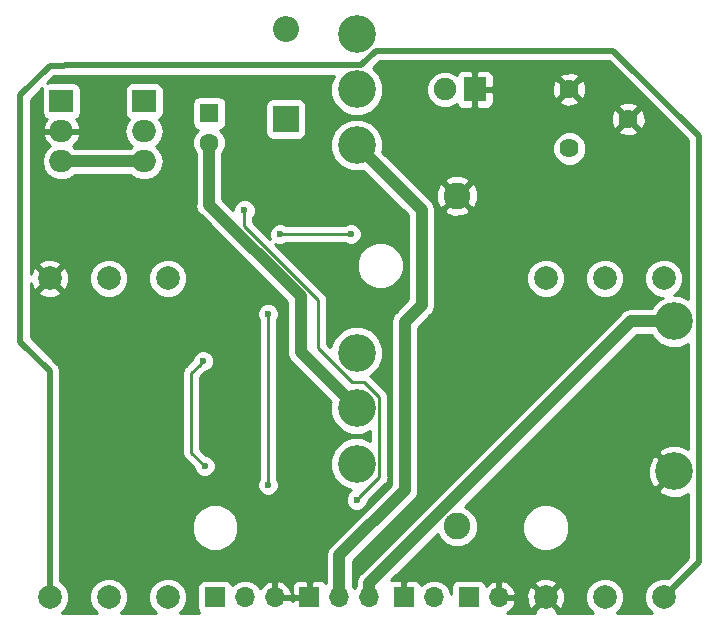
<source format=gbr>
G04 #@! TF.GenerationSoftware,KiCad,Pcbnew,(5.0.1-3-g963ef8bb5)*
G04 #@! TF.CreationDate,2019-04-18T21:55:15-06:00*
G04 #@! TF.ProjectId,NuisanceEngine,4E756973616E6365456E67696E652E6B,rev?*
G04 #@! TF.SameCoordinates,Original*
G04 #@! TF.FileFunction,Copper,L2,Bot,Signal*
G04 #@! TF.FilePolarity,Positive*
%FSLAX46Y46*%
G04 Gerber Fmt 4.6, Leading zero omitted, Abs format (unit mm)*
G04 Created by KiCad (PCBNEW (5.0.1-3-g963ef8bb5)) date Thursday, 18 April 2019 at 21:55:15*
%MOMM*%
%LPD*%
G01*
G04 APERTURE LIST*
G04 #@! TA.AperFunction,ComponentPad*
%ADD10C,3.200000*%
G04 #@! TD*
G04 #@! TA.AperFunction,ComponentPad*
%ADD11O,2.200000X2.200000*%
G04 #@! TD*
G04 #@! TA.AperFunction,ComponentPad*
%ADD12R,2.200000X2.200000*%
G04 #@! TD*
G04 #@! TA.AperFunction,ComponentPad*
%ADD13O,2.000000X1.905000*%
G04 #@! TD*
G04 #@! TA.AperFunction,ComponentPad*
%ADD14R,2.000000X1.905000*%
G04 #@! TD*
G04 #@! TA.AperFunction,ComponentPad*
%ADD15C,2.000000*%
G04 #@! TD*
G04 #@! TA.AperFunction,ComponentPad*
%ADD16R,1.900000X2.000000*%
G04 #@! TD*
G04 #@! TA.AperFunction,ComponentPad*
%ADD17C,1.900000*%
G04 #@! TD*
G04 #@! TA.AperFunction,ComponentPad*
%ADD18C,2.262000*%
G04 #@! TD*
G04 #@! TA.AperFunction,ComponentPad*
%ADD19C,1.620000*%
G04 #@! TD*
G04 #@! TA.AperFunction,ComponentPad*
%ADD20O,1.700000X1.700000*%
G04 #@! TD*
G04 #@! TA.AperFunction,ComponentPad*
%ADD21R,1.700000X1.700000*%
G04 #@! TD*
G04 #@! TA.AperFunction,ComponentPad*
%ADD22R,1.600000X1.600000*%
G04 #@! TD*
G04 #@! TA.AperFunction,ComponentPad*
%ADD23C,1.600000*%
G04 #@! TD*
G04 #@! TA.AperFunction,ViaPad*
%ADD24C,0.600000*%
G04 #@! TD*
G04 #@! TA.AperFunction,Conductor*
%ADD25C,1.000000*%
G04 #@! TD*
G04 #@! TA.AperFunction,Conductor*
%ADD26C,0.500000*%
G04 #@! TD*
G04 #@! TA.AperFunction,Conductor*
%ADD27C,0.250000*%
G04 #@! TD*
G04 #@! TA.AperFunction,Conductor*
%ADD28C,0.254000*%
G04 #@! TD*
G04 APERTURE END LIST*
D10*
G04 #@! TO.P,SW1,1*
G04 #@! TO.N,Net-(LS1-Pad1)*
X80000000Y-86700000D03*
G04 #@! TO.P,SW1,2*
G04 #@! TO.N,Net-(C8-Pad2)*
X80000000Y-82000000D03*
G04 #@! TO.P,SW1,3*
G04 #@! TO.N,Net-(R22-Pad1)*
X80000000Y-77300000D03*
G04 #@! TD*
D11*
G04 #@! TO.P,D1,2*
G04 #@! TO.N,Net-(D1-Pad2)*
X74000000Y-49880000D03*
D12*
G04 #@! TO.P,D1,1*
G04 #@! TO.N,VDD*
X74000000Y-57500000D03*
G04 #@! TD*
D13*
G04 #@! TO.P,Q4,3*
G04 #@! TO.N,Net-(C8-Pad1)*
X55000000Y-61080000D03*
G04 #@! TO.P,Q4,2*
G04 #@! TO.N,GND*
X55000000Y-58540000D03*
D14*
G04 #@! TO.P,Q4,1*
G04 #@! TO.N,Net-(C7-Pad1)*
X55000000Y-56000000D03*
G04 #@! TD*
D13*
G04 #@! TO.P,Q3,3*
G04 #@! TO.N,Net-(C8-Pad1)*
X62000000Y-61080000D03*
G04 #@! TO.P,Q3,2*
G04 #@! TO.N,VDD*
X62000000Y-58540000D03*
D14*
G04 #@! TO.P,Q3,1*
G04 #@! TO.N,Net-(C7-Pad1)*
X62000000Y-56000000D03*
G04 #@! TD*
D15*
G04 #@! TO.P,RV2,3*
G04 #@! TO.N,Net-(C3-Pad1)*
X106000000Y-71000000D03*
G04 #@! TO.P,RV2,2*
G04 #@! TO.N,Net-(R10-Pad2)*
X101000000Y-71000000D03*
G04 #@! TO.P,RV2,1*
G04 #@! TO.N,Net-(RV2-Pad1)*
X96000000Y-71000000D03*
G04 #@! TD*
G04 #@! TO.P,RV5,3*
G04 #@! TO.N,Net-(C6-Pad1)*
X106000000Y-98000000D03*
G04 #@! TO.P,RV5,2*
G04 #@! TO.N,Net-(C7-Pad2)*
X101000000Y-98000000D03*
G04 #@! TO.P,RV5,1*
G04 #@! TO.N,GND*
X96000000Y-98000000D03*
G04 #@! TD*
G04 #@! TO.P,RV4,3*
G04 #@! TO.N,Net-(C6-Pad2)*
X64000000Y-98000000D03*
G04 #@! TO.P,RV4,2*
X59000000Y-98000000D03*
G04 #@! TO.P,RV4,1*
G04 #@! TO.N,Net-(C6-Pad1)*
X54000000Y-98000000D03*
G04 #@! TD*
G04 #@! TO.P,RV1,3*
G04 #@! TO.N,VDD*
X64000000Y-71000000D03*
G04 #@! TO.P,RV1,2*
G04 #@! TO.N,Net-(R2-Pad1)*
X59000000Y-71000000D03*
G04 #@! TO.P,RV1,1*
G04 #@! TO.N,GND*
X54000000Y-71000000D03*
G04 #@! TD*
D10*
G04 #@! TO.P,BT1,2*
G04 #@! TO.N,GND*
X106900000Y-87350000D03*
G04 #@! TO.P,BT1,1*
G04 #@! TO.N,Net-(BT1-Pad1)*
X106900000Y-74650000D03*
G04 #@! TD*
D16*
G04 #@! TO.P,D2,1*
G04 #@! TO.N,GND*
X90000000Y-55000000D03*
D17*
G04 #@! TO.P,D2,2*
G04 #@! TO.N,Net-(D2-Pad2)*
X87460000Y-55000000D03*
G04 #@! TD*
D18*
G04 #@! TO.P,R22,1*
G04 #@! TO.N,Net-(R22-Pad1)*
X88500000Y-92000000D03*
G04 #@! TO.P,R22,2*
G04 #@! TO.N,GND*
X88500000Y-64000000D03*
G04 #@! TD*
D19*
G04 #@! TO.P,RV3,3*
G04 #@! TO.N,Net-(RV2-Pad1)*
X98000000Y-60000000D03*
G04 #@! TO.P,RV3,2*
G04 #@! TO.N,GND*
X103000000Y-57500000D03*
G04 #@! TO.P,RV3,1*
X98000000Y-55000000D03*
G04 #@! TD*
D10*
G04 #@! TO.P,SW2,1*
G04 #@! TO.N,Net-(J3-Pad2)*
X80000000Y-59700000D03*
G04 #@! TO.P,SW2,2*
G04 #@! TO.N,Net-(D1-Pad2)*
X80000000Y-55000000D03*
G04 #@! TO.P,SW2,3*
G04 #@! TO.N,Net-(SW2-Pad3)*
X80000000Y-50300000D03*
G04 #@! TD*
D20*
G04 #@! TO.P,J1,2*
G04 #@! TO.N,Net-(J1-Pad2)*
X86540000Y-98000000D03*
D21*
G04 #@! TO.P,J1,1*
G04 #@! TO.N,GND*
X84000000Y-98000000D03*
G04 #@! TD*
D20*
G04 #@! TO.P,J2,3*
G04 #@! TO.N,GND*
X73080000Y-98000000D03*
G04 #@! TO.P,J2,2*
G04 #@! TO.N,Net-(C11-Pad1)*
X70540000Y-98000000D03*
D21*
G04 #@! TO.P,J2,1*
G04 #@! TO.N,Net-(C10-Pad1)*
X68000000Y-98000000D03*
G04 #@! TD*
G04 #@! TO.P,J3,1*
G04 #@! TO.N,GND*
X76000000Y-98000000D03*
D20*
G04 #@! TO.P,J3,2*
G04 #@! TO.N,Net-(J3-Pad2)*
X78540000Y-98000000D03*
G04 #@! TO.P,J3,3*
G04 #@! TO.N,Net-(BT1-Pad1)*
X81080000Y-98000000D03*
G04 #@! TD*
D21*
G04 #@! TO.P,LS1,1*
G04 #@! TO.N,Net-(LS1-Pad1)*
X89500000Y-98000000D03*
D20*
G04 #@! TO.P,LS1,2*
G04 #@! TO.N,GND*
X92040000Y-98000000D03*
G04 #@! TD*
D22*
G04 #@! TO.P,C8,1*
G04 #@! TO.N,Net-(C8-Pad1)*
X67500000Y-57000000D03*
D23*
G04 #@! TO.P,C8,2*
G04 #@! TO.N,Net-(C8-Pad2)*
X67500000Y-59500000D03*
G04 #@! TD*
D24*
G04 #@! TO.N,GND*
X67000000Y-82000000D03*
X67000000Y-80500000D03*
X71000000Y-71750000D03*
X70250000Y-71750000D03*
X72000000Y-64750000D03*
X72000000Y-64000000D03*
X71250000Y-93000000D03*
X71250000Y-92250000D03*
X75750000Y-60500000D03*
X77250000Y-64750000D03*
X82750000Y-72750000D03*
X81750000Y-72750000D03*
X71000000Y-57000000D03*
X71000000Y-57750000D03*
X87250000Y-76000000D03*
X88250000Y-76000000D03*
X89250000Y-76000000D03*
X90250000Y-76000000D03*
X89250000Y-77000000D03*
X90250000Y-77000000D03*
X87250000Y-77000000D03*
X88250000Y-77000000D03*
G04 #@! TO.N,Net-(C6-Pad2)*
X67125000Y-86875000D03*
X67000000Y-78000000D03*
G04 #@! TO.N,Net-(R1-Pad2)*
X80000000Y-89750000D03*
X70500000Y-65250000D03*
G04 #@! TO.N,Net-(R14-Pad2)*
X72500000Y-74000000D03*
X72500000Y-88500000D03*
G04 #@! TO.N,Net-(R20-Pad2)*
X79500000Y-67250000D03*
X73500000Y-67250000D03*
G04 #@! TD*
D25*
G04 #@! TO.N,Net-(BT1-Pad1)*
X103227919Y-74650000D02*
X104637259Y-74650000D01*
X81080000Y-96797919D02*
X103227919Y-74650000D01*
X104637259Y-74650000D02*
X106900000Y-74650000D01*
X81080000Y-98000000D02*
X81080000Y-96797919D01*
D26*
G04 #@! TO.N,Net-(C6-Pad1)*
X54000000Y-96585787D02*
X54000000Y-98000000D01*
X54000000Y-78853998D02*
X54000000Y-96585787D01*
X106000000Y-98000000D02*
X108950001Y-95049999D01*
X55237498Y-53000000D02*
X54000000Y-53000000D01*
X51500000Y-55500000D02*
X51500000Y-76353998D01*
X55287499Y-52949999D02*
X55237498Y-53000000D01*
X51500000Y-76353998D02*
X54000000Y-78853998D01*
X80384003Y-52949999D02*
X55287499Y-52949999D01*
X101739999Y-51739999D02*
X81594003Y-51739999D01*
X54000000Y-53000000D02*
X51500000Y-55500000D01*
X108950001Y-58950001D02*
X101739999Y-51739999D01*
X108950001Y-95049999D02*
X108950001Y-58950001D01*
X81594003Y-51739999D02*
X80384003Y-52949999D01*
D27*
G04 #@! TO.N,Net-(C6-Pad2)*
X67000000Y-86750000D02*
X67125000Y-86875000D01*
X66000000Y-85750000D02*
X66000000Y-79000000D01*
X66700001Y-78299999D02*
X67000000Y-78000000D01*
X66000000Y-79000000D02*
X66700001Y-78299999D01*
X67125000Y-86875000D02*
X66000000Y-85750000D01*
D25*
G04 #@! TO.N,Net-(C8-Pad1)*
X55000000Y-61080000D02*
X62000000Y-61080000D01*
G04 #@! TO.N,Net-(C8-Pad2)*
X67500000Y-64750000D02*
X67500000Y-59500000D01*
X75250000Y-72500000D02*
X67500000Y-64750000D01*
X75250000Y-77250000D02*
X75250000Y-72500000D01*
X75250000Y-77250000D02*
X80000000Y-82000000D01*
D27*
G04 #@! TO.N,Net-(R1-Pad2)*
X76750000Y-76899002D02*
X79600998Y-79750000D01*
X76750000Y-72833260D02*
X76750000Y-76899002D01*
X70500000Y-66583260D02*
X76750000Y-72833260D01*
X70500000Y-65250000D02*
X70500000Y-66583260D01*
X80299999Y-89450001D02*
X80000000Y-89750000D01*
X81925001Y-87824999D02*
X80299999Y-89450001D01*
X80599002Y-79750000D02*
X81925001Y-81075999D01*
X81925001Y-81075999D02*
X81925001Y-87824999D01*
X79600998Y-79750000D02*
X80599002Y-79750000D01*
G04 #@! TO.N,Net-(R14-Pad2)*
X72500000Y-88500000D02*
X72500000Y-74000000D01*
G04 #@! TO.N,Net-(R20-Pad2)*
X73500000Y-67250000D02*
X79500000Y-67250000D01*
D25*
G04 #@! TO.N,Net-(J3-Pad2)*
X78540000Y-98000000D02*
X78540000Y-94460000D01*
X84050001Y-88949999D02*
X84050001Y-74699999D01*
X78540000Y-94460000D02*
X84050001Y-88949999D01*
X84050001Y-74699999D02*
X85500000Y-73250000D01*
X85500000Y-65200000D02*
X80000000Y-59700000D01*
X85500000Y-73250000D02*
X85500000Y-65200000D01*
G04 #@! TD*
D28*
G04 #@! TO.N,GND*
G36*
X108065002Y-59316581D02*
X108065002Y-72713413D01*
X107344569Y-72415000D01*
X106856348Y-72415000D01*
X106926153Y-72386086D01*
X107386086Y-71926153D01*
X107635000Y-71325222D01*
X107635000Y-70674778D01*
X107386086Y-70073847D01*
X106926153Y-69613914D01*
X106325222Y-69365000D01*
X105674778Y-69365000D01*
X105073847Y-69613914D01*
X104613914Y-70073847D01*
X104365000Y-70674778D01*
X104365000Y-71325222D01*
X104613914Y-71926153D01*
X105073847Y-72386086D01*
X105674778Y-72635000D01*
X105924305Y-72635000D01*
X105633974Y-72755259D01*
X105005259Y-73383974D01*
X104950986Y-73515000D01*
X103339700Y-73515000D01*
X103227918Y-73492765D01*
X103116136Y-73515000D01*
X102785064Y-73580854D01*
X102409630Y-73831711D01*
X102346308Y-73926479D01*
X80356480Y-95916308D01*
X80261712Y-95979630D01*
X80010854Y-96355064D01*
X79959812Y-96611673D01*
X79922765Y-96797919D01*
X79945000Y-96909702D01*
X79945000Y-97025719D01*
X79810000Y-97227761D01*
X79675000Y-97025719D01*
X79675000Y-94930131D01*
X84773523Y-89831609D01*
X84868290Y-89768288D01*
X85119147Y-89392854D01*
X85154344Y-89215904D01*
X85207236Y-88950000D01*
X85185001Y-88838217D01*
X85185001Y-75170130D01*
X86223521Y-74131611D01*
X86318289Y-74068289D01*
X86569146Y-73692855D01*
X86635000Y-73361783D01*
X86635000Y-73361782D01*
X86657235Y-73250001D01*
X86635000Y-73138219D01*
X86635000Y-70674778D01*
X94365000Y-70674778D01*
X94365000Y-71325222D01*
X94613914Y-71926153D01*
X95073847Y-72386086D01*
X95674778Y-72635000D01*
X96325222Y-72635000D01*
X96926153Y-72386086D01*
X97386086Y-71926153D01*
X97635000Y-71325222D01*
X97635000Y-70674778D01*
X99365000Y-70674778D01*
X99365000Y-71325222D01*
X99613914Y-71926153D01*
X100073847Y-72386086D01*
X100674778Y-72635000D01*
X101325222Y-72635000D01*
X101926153Y-72386086D01*
X102386086Y-71926153D01*
X102635000Y-71325222D01*
X102635000Y-70674778D01*
X102386086Y-70073847D01*
X101926153Y-69613914D01*
X101325222Y-69365000D01*
X100674778Y-69365000D01*
X100073847Y-69613914D01*
X99613914Y-70073847D01*
X99365000Y-70674778D01*
X97635000Y-70674778D01*
X97386086Y-70073847D01*
X96926153Y-69613914D01*
X96325222Y-69365000D01*
X95674778Y-69365000D01*
X95073847Y-69613914D01*
X94613914Y-70073847D01*
X94365000Y-70674778D01*
X86635000Y-70674778D01*
X86635000Y-65311783D01*
X86647829Y-65247286D01*
X87432319Y-65247286D01*
X87547016Y-65527736D01*
X88204197Y-65776136D01*
X88906411Y-65754134D01*
X89452984Y-65527736D01*
X89567681Y-65247286D01*
X88500000Y-64179605D01*
X87432319Y-65247286D01*
X86647829Y-65247286D01*
X86657235Y-65200000D01*
X86569146Y-64757145D01*
X86381609Y-64476476D01*
X86318289Y-64381711D01*
X86223524Y-64318391D01*
X85609330Y-63704197D01*
X86723864Y-63704197D01*
X86745866Y-64406411D01*
X86972264Y-64952984D01*
X87252714Y-65067681D01*
X88320395Y-64000000D01*
X88679605Y-64000000D01*
X89747286Y-65067681D01*
X90027736Y-64952984D01*
X90276136Y-64295803D01*
X90254134Y-63593589D01*
X90027736Y-63047016D01*
X89747286Y-62932319D01*
X88679605Y-64000000D01*
X88320395Y-64000000D01*
X87252714Y-62932319D01*
X86972264Y-63047016D01*
X86723864Y-63704197D01*
X85609330Y-63704197D01*
X84657847Y-62752714D01*
X87432319Y-62752714D01*
X88500000Y-63820395D01*
X89567681Y-62752714D01*
X89452984Y-62472264D01*
X88795803Y-62223864D01*
X88093589Y-62245866D01*
X87547016Y-62472264D01*
X87432319Y-62752714D01*
X84657847Y-62752714D01*
X82180727Y-60275595D01*
X82235000Y-60144569D01*
X82235000Y-59712572D01*
X96555000Y-59712572D01*
X96555000Y-60287428D01*
X96774988Y-60818527D01*
X97181473Y-61225012D01*
X97712572Y-61445000D01*
X98287428Y-61445000D01*
X98818527Y-61225012D01*
X99225012Y-60818527D01*
X99445000Y-60287428D01*
X99445000Y-59712572D01*
X99225012Y-59181473D01*
X98818527Y-58774988D01*
X98287428Y-58555000D01*
X97712572Y-58555000D01*
X97181473Y-58774988D01*
X96774988Y-59181473D01*
X96555000Y-59712572D01*
X82235000Y-59712572D01*
X82235000Y-59255431D01*
X81928299Y-58514988D01*
X102164617Y-58514988D01*
X102239980Y-58762144D01*
X102780834Y-58956916D01*
X103355055Y-58929886D01*
X103760020Y-58762144D01*
X103835383Y-58514988D01*
X103000000Y-57679605D01*
X102164617Y-58514988D01*
X81928299Y-58514988D01*
X81894741Y-58433974D01*
X81266026Y-57805259D01*
X80444569Y-57465000D01*
X79555431Y-57465000D01*
X78733974Y-57805259D01*
X78105259Y-58433974D01*
X77765000Y-59255431D01*
X77765000Y-60144569D01*
X78105259Y-60966026D01*
X78733974Y-61594741D01*
X79555431Y-61935000D01*
X80444569Y-61935000D01*
X80575595Y-61880727D01*
X84365001Y-65670134D01*
X84365000Y-72779868D01*
X83326481Y-73818388D01*
X83231713Y-73881710D01*
X83107045Y-74068289D01*
X82980855Y-74257145D01*
X82892766Y-74699999D01*
X82915002Y-74811787D01*
X82915001Y-88479867D01*
X77816480Y-93578389D01*
X77721712Y-93641711D01*
X77638665Y-93766000D01*
X77470854Y-94017146D01*
X77382765Y-94460000D01*
X77405001Y-94571788D01*
X77405000Y-96830555D01*
X77388327Y-96790302D01*
X77209699Y-96611673D01*
X76976310Y-96515000D01*
X76285750Y-96515000D01*
X76127000Y-96673750D01*
X76127000Y-97873000D01*
X76147000Y-97873000D01*
X76147000Y-98127000D01*
X76127000Y-98127000D01*
X76127000Y-98147000D01*
X75873000Y-98147000D01*
X75873000Y-98127000D01*
X74673750Y-98127000D01*
X74515000Y-98285750D01*
X74515000Y-98344535D01*
X74400819Y-98127000D01*
X73207000Y-98127000D01*
X73207000Y-98147000D01*
X72953000Y-98147000D01*
X72953000Y-98127000D01*
X72933000Y-98127000D01*
X72933000Y-97873000D01*
X72953000Y-97873000D01*
X72953000Y-96679845D01*
X73207000Y-96679845D01*
X73207000Y-97873000D01*
X74400819Y-97873000D01*
X74515000Y-97655465D01*
X74515000Y-97714250D01*
X74673750Y-97873000D01*
X75873000Y-97873000D01*
X75873000Y-96673750D01*
X75714250Y-96515000D01*
X75023690Y-96515000D01*
X74790301Y-96611673D01*
X74611673Y-96790302D01*
X74515000Y-97023691D01*
X74515000Y-97629297D01*
X74275183Y-97118642D01*
X73846924Y-96728355D01*
X73436890Y-96558524D01*
X73207000Y-96679845D01*
X72953000Y-96679845D01*
X72723110Y-96558524D01*
X72313076Y-96728355D01*
X71884817Y-97118642D01*
X71823843Y-97248478D01*
X71610625Y-96929375D01*
X71119418Y-96601161D01*
X70686256Y-96515000D01*
X70393744Y-96515000D01*
X69960582Y-96601161D01*
X69469375Y-96929375D01*
X69457184Y-96947619D01*
X69448157Y-96902235D01*
X69307809Y-96692191D01*
X69097765Y-96551843D01*
X68850000Y-96502560D01*
X67150000Y-96502560D01*
X66902235Y-96551843D01*
X66692191Y-96692191D01*
X66551843Y-96902235D01*
X66502560Y-97150000D01*
X66502560Y-98850000D01*
X66551843Y-99097765D01*
X66680291Y-99290000D01*
X65022239Y-99290000D01*
X65386086Y-98926153D01*
X65635000Y-98325222D01*
X65635000Y-97674778D01*
X65386086Y-97073847D01*
X64926153Y-96613914D01*
X64325222Y-96365000D01*
X63674778Y-96365000D01*
X63073847Y-96613914D01*
X62613914Y-97073847D01*
X62365000Y-97674778D01*
X62365000Y-98325222D01*
X62613914Y-98926153D01*
X62977761Y-99290000D01*
X60022239Y-99290000D01*
X60386086Y-98926153D01*
X60635000Y-98325222D01*
X60635000Y-97674778D01*
X60386086Y-97073847D01*
X59926153Y-96613914D01*
X59325222Y-96365000D01*
X58674778Y-96365000D01*
X58073847Y-96613914D01*
X57613914Y-97073847D01*
X57365000Y-97674778D01*
X57365000Y-98325222D01*
X57613914Y-98926153D01*
X57977761Y-99290000D01*
X55022239Y-99290000D01*
X55386086Y-98926153D01*
X55635000Y-98325222D01*
X55635000Y-97674778D01*
X55386086Y-97073847D01*
X54926153Y-96613914D01*
X54885000Y-96596868D01*
X54885000Y-91705159D01*
X66015000Y-91705159D01*
X66015000Y-92494841D01*
X66317199Y-93224412D01*
X66875588Y-93782801D01*
X67605159Y-94085000D01*
X68394841Y-94085000D01*
X69124412Y-93782801D01*
X69682801Y-93224412D01*
X69985000Y-92494841D01*
X69985000Y-91705159D01*
X69682801Y-90975588D01*
X69124412Y-90417199D01*
X68394841Y-90115000D01*
X67605159Y-90115000D01*
X66875588Y-90417199D01*
X66317199Y-90975588D01*
X66015000Y-91705159D01*
X54885000Y-91705159D01*
X54885000Y-79000000D01*
X65225112Y-79000000D01*
X65240001Y-79074852D01*
X65240000Y-85675153D01*
X65225112Y-85750000D01*
X65240000Y-85824847D01*
X65240000Y-85824851D01*
X65284096Y-86046536D01*
X65452071Y-86297929D01*
X65515530Y-86340331D01*
X66190000Y-87014802D01*
X66190000Y-87060983D01*
X66332345Y-87404635D01*
X66595365Y-87667655D01*
X66939017Y-87810000D01*
X67310983Y-87810000D01*
X67654635Y-87667655D01*
X67917655Y-87404635D01*
X68060000Y-87060983D01*
X68060000Y-86689017D01*
X67917655Y-86345365D01*
X67654635Y-86082345D01*
X67310983Y-85940000D01*
X67264802Y-85940000D01*
X66760000Y-85435199D01*
X66760000Y-79314801D01*
X67139802Y-78935000D01*
X67185983Y-78935000D01*
X67529635Y-78792655D01*
X67792655Y-78529635D01*
X67935000Y-78185983D01*
X67935000Y-77814017D01*
X67792655Y-77470365D01*
X67529635Y-77207345D01*
X67185983Y-77065000D01*
X66814017Y-77065000D01*
X66470365Y-77207345D01*
X66207345Y-77470365D01*
X66065000Y-77814017D01*
X66065000Y-77860198D01*
X65515528Y-78409671D01*
X65452072Y-78452071D01*
X65409672Y-78515527D01*
X65409671Y-78515528D01*
X65284097Y-78703463D01*
X65225112Y-79000000D01*
X54885000Y-79000000D01*
X54885000Y-78941159D01*
X54902337Y-78853998D01*
X54885000Y-78766837D01*
X54885000Y-78766833D01*
X54833652Y-78508688D01*
X54765863Y-78407235D01*
X54687424Y-78289843D01*
X54687423Y-78289842D01*
X54638049Y-78215949D01*
X54564156Y-78166575D01*
X52385000Y-75987420D01*
X52385000Y-73814017D01*
X71565000Y-73814017D01*
X71565000Y-74185983D01*
X71707345Y-74529635D01*
X71740001Y-74562291D01*
X71740000Y-87937710D01*
X71707345Y-87970365D01*
X71565000Y-88314017D01*
X71565000Y-88685983D01*
X71707345Y-89029635D01*
X71970365Y-89292655D01*
X72314017Y-89435000D01*
X72685983Y-89435000D01*
X73029635Y-89292655D01*
X73292655Y-89029635D01*
X73435000Y-88685983D01*
X73435000Y-88314017D01*
X73292655Y-87970365D01*
X73260000Y-87937710D01*
X73260000Y-74562290D01*
X73292655Y-74529635D01*
X73435000Y-74185983D01*
X73435000Y-73814017D01*
X73292655Y-73470365D01*
X73029635Y-73207345D01*
X72685983Y-73065000D01*
X72314017Y-73065000D01*
X71970365Y-73207345D01*
X71707345Y-73470365D01*
X71565000Y-73814017D01*
X52385000Y-73814017D01*
X52385000Y-72152532D01*
X53027073Y-72152532D01*
X53125736Y-72419387D01*
X53735461Y-72645908D01*
X54385460Y-72621856D01*
X54874264Y-72419387D01*
X54972927Y-72152532D01*
X54000000Y-71179605D01*
X53027073Y-72152532D01*
X52385000Y-72152532D01*
X52385000Y-71402012D01*
X52580613Y-71874264D01*
X52847468Y-71972927D01*
X53820395Y-71000000D01*
X54179605Y-71000000D01*
X55152532Y-71972927D01*
X55419387Y-71874264D01*
X55645908Y-71264539D01*
X55624085Y-70674778D01*
X57365000Y-70674778D01*
X57365000Y-71325222D01*
X57613914Y-71926153D01*
X58073847Y-72386086D01*
X58674778Y-72635000D01*
X59325222Y-72635000D01*
X59926153Y-72386086D01*
X60386086Y-71926153D01*
X60635000Y-71325222D01*
X60635000Y-70674778D01*
X62365000Y-70674778D01*
X62365000Y-71325222D01*
X62613914Y-71926153D01*
X63073847Y-72386086D01*
X63674778Y-72635000D01*
X64325222Y-72635000D01*
X64926153Y-72386086D01*
X65386086Y-71926153D01*
X65635000Y-71325222D01*
X65635000Y-70674778D01*
X65386086Y-70073847D01*
X64926153Y-69613914D01*
X64325222Y-69365000D01*
X63674778Y-69365000D01*
X63073847Y-69613914D01*
X62613914Y-70073847D01*
X62365000Y-70674778D01*
X60635000Y-70674778D01*
X60386086Y-70073847D01*
X59926153Y-69613914D01*
X59325222Y-69365000D01*
X58674778Y-69365000D01*
X58073847Y-69613914D01*
X57613914Y-70073847D01*
X57365000Y-70674778D01*
X55624085Y-70674778D01*
X55621856Y-70614540D01*
X55419387Y-70125736D01*
X55152532Y-70027073D01*
X54179605Y-71000000D01*
X53820395Y-71000000D01*
X52847468Y-70027073D01*
X52580613Y-70125736D01*
X52385000Y-70652266D01*
X52385000Y-69847468D01*
X53027073Y-69847468D01*
X54000000Y-70820395D01*
X54972927Y-69847468D01*
X54874264Y-69580613D01*
X54264539Y-69354092D01*
X53614540Y-69378144D01*
X53125736Y-69580613D01*
X53027073Y-69847468D01*
X52385000Y-69847468D01*
X52385000Y-61080000D01*
X53333900Y-61080000D01*
X53457109Y-61699411D01*
X53807977Y-62224523D01*
X54333089Y-62575391D01*
X54796150Y-62667500D01*
X55203850Y-62667500D01*
X55666911Y-62575391D01*
X56192023Y-62224523D01*
X56198386Y-62215000D01*
X60801614Y-62215000D01*
X60807977Y-62224523D01*
X61333089Y-62575391D01*
X61796150Y-62667500D01*
X62203850Y-62667500D01*
X62666911Y-62575391D01*
X63192023Y-62224523D01*
X63542891Y-61699411D01*
X63666100Y-61080000D01*
X63542891Y-60460589D01*
X63192023Y-59935477D01*
X63004233Y-59810000D01*
X63192023Y-59684523D01*
X63542891Y-59159411D01*
X63666100Y-58540000D01*
X63542891Y-57920589D01*
X63280912Y-57528509D01*
X63457809Y-57410309D01*
X63598157Y-57200265D01*
X63647440Y-56952500D01*
X63647440Y-56200000D01*
X66052560Y-56200000D01*
X66052560Y-57800000D01*
X66101843Y-58047765D01*
X66242191Y-58257809D01*
X66452235Y-58398157D01*
X66552503Y-58418101D01*
X66283466Y-58687138D01*
X66065000Y-59214561D01*
X66065000Y-59785439D01*
X66283466Y-60312862D01*
X66365001Y-60394397D01*
X66365000Y-64638217D01*
X66342765Y-64750000D01*
X66427332Y-65175148D01*
X66430854Y-65192854D01*
X66681711Y-65568289D01*
X66776482Y-65631613D01*
X74115001Y-72970133D01*
X74115000Y-77138217D01*
X74092765Y-77250000D01*
X74136598Y-77470365D01*
X74180854Y-77692854D01*
X74431711Y-78068289D01*
X74526482Y-78131613D01*
X77819273Y-81424405D01*
X77765000Y-81555431D01*
X77765000Y-82444569D01*
X78105259Y-83266026D01*
X78733974Y-83894741D01*
X79555431Y-84235000D01*
X80444569Y-84235000D01*
X81165001Y-83936587D01*
X81165002Y-84763413D01*
X80444569Y-84465000D01*
X79555431Y-84465000D01*
X78733974Y-84805259D01*
X78105259Y-85433974D01*
X77765000Y-86255431D01*
X77765000Y-87144569D01*
X78105259Y-87966026D01*
X78733974Y-88594741D01*
X79539871Y-88928555D01*
X79470365Y-88957345D01*
X79207345Y-89220365D01*
X79065000Y-89564017D01*
X79065000Y-89935983D01*
X79207345Y-90279635D01*
X79470365Y-90542655D01*
X79814017Y-90685000D01*
X80185983Y-90685000D01*
X80529635Y-90542655D01*
X80792655Y-90279635D01*
X80935000Y-89935983D01*
X80935000Y-89889801D01*
X82409474Y-88415328D01*
X82472930Y-88372928D01*
X82640905Y-88121536D01*
X82685001Y-87899851D01*
X82685001Y-87899846D01*
X82699889Y-87824999D01*
X82685001Y-87750152D01*
X82685001Y-81150847D01*
X82699889Y-81075999D01*
X82685001Y-81001151D01*
X82685001Y-81001147D01*
X82640905Y-80779462D01*
X82640905Y-80779461D01*
X82515330Y-80591526D01*
X82472930Y-80528070D01*
X82409474Y-80485670D01*
X81189333Y-79265530D01*
X81168912Y-79234967D01*
X81266026Y-79194741D01*
X81894741Y-78566026D01*
X82235000Y-77744569D01*
X82235000Y-76855431D01*
X81894741Y-76033974D01*
X81266026Y-75405259D01*
X80444569Y-75065000D01*
X79555431Y-75065000D01*
X78733974Y-75405259D01*
X78105259Y-76033974D01*
X77769754Y-76843955D01*
X77510000Y-76584201D01*
X77510000Y-72908108D01*
X77524888Y-72833260D01*
X77510000Y-72758412D01*
X77510000Y-72758408D01*
X77465904Y-72536723D01*
X77465904Y-72536722D01*
X77340329Y-72348787D01*
X77297929Y-72285331D01*
X77234473Y-72242931D01*
X74496701Y-69505159D01*
X80015000Y-69505159D01*
X80015000Y-70294841D01*
X80317199Y-71024412D01*
X80875588Y-71582801D01*
X81605159Y-71885000D01*
X82394841Y-71885000D01*
X83124412Y-71582801D01*
X83682801Y-71024412D01*
X83985000Y-70294841D01*
X83985000Y-69505159D01*
X83682801Y-68775588D01*
X83124412Y-68217199D01*
X82394841Y-67915000D01*
X81605159Y-67915000D01*
X80875588Y-68217199D01*
X80317199Y-68775588D01*
X80015000Y-69505159D01*
X74496701Y-69505159D01*
X73079332Y-68087790D01*
X73314017Y-68185000D01*
X73685983Y-68185000D01*
X74029635Y-68042655D01*
X74062290Y-68010000D01*
X78937710Y-68010000D01*
X78970365Y-68042655D01*
X79314017Y-68185000D01*
X79685983Y-68185000D01*
X80029635Y-68042655D01*
X80292655Y-67779635D01*
X80435000Y-67435983D01*
X80435000Y-67064017D01*
X80292655Y-66720365D01*
X80029635Y-66457345D01*
X79685983Y-66315000D01*
X79314017Y-66315000D01*
X78970365Y-66457345D01*
X78937710Y-66490000D01*
X74062290Y-66490000D01*
X74029635Y-66457345D01*
X73685983Y-66315000D01*
X73314017Y-66315000D01*
X72970365Y-66457345D01*
X72707345Y-66720365D01*
X72565000Y-67064017D01*
X72565000Y-67435983D01*
X72662210Y-67670668D01*
X71260000Y-66268459D01*
X71260000Y-65812290D01*
X71292655Y-65779635D01*
X71435000Y-65435983D01*
X71435000Y-65064017D01*
X71292655Y-64720365D01*
X71029635Y-64457345D01*
X70685983Y-64315000D01*
X70314017Y-64315000D01*
X69970365Y-64457345D01*
X69707345Y-64720365D01*
X69565000Y-65064017D01*
X69565000Y-65209869D01*
X68635000Y-64279869D01*
X68635000Y-60394396D01*
X68716534Y-60312862D01*
X68935000Y-59785439D01*
X68935000Y-59214561D01*
X68716534Y-58687138D01*
X68447497Y-58418101D01*
X68547765Y-58398157D01*
X68757809Y-58257809D01*
X68898157Y-58047765D01*
X68947440Y-57800000D01*
X68947440Y-56400000D01*
X72252560Y-56400000D01*
X72252560Y-58600000D01*
X72301843Y-58847765D01*
X72442191Y-59057809D01*
X72652235Y-59198157D01*
X72900000Y-59247440D01*
X75100000Y-59247440D01*
X75347765Y-59198157D01*
X75557809Y-59057809D01*
X75698157Y-58847765D01*
X75747440Y-58600000D01*
X75747440Y-57280834D01*
X101543084Y-57280834D01*
X101570114Y-57855055D01*
X101737856Y-58260020D01*
X101985012Y-58335383D01*
X102820395Y-57500000D01*
X103179605Y-57500000D01*
X104014988Y-58335383D01*
X104262144Y-58260020D01*
X104456916Y-57719166D01*
X104429886Y-57144945D01*
X104262144Y-56739980D01*
X104014988Y-56664617D01*
X103179605Y-57500000D01*
X102820395Y-57500000D01*
X101985012Y-56664617D01*
X101737856Y-56739980D01*
X101543084Y-57280834D01*
X75747440Y-57280834D01*
X75747440Y-56400000D01*
X75698157Y-56152235D01*
X75557809Y-55942191D01*
X75347765Y-55801843D01*
X75100000Y-55752560D01*
X72900000Y-55752560D01*
X72652235Y-55801843D01*
X72442191Y-55942191D01*
X72301843Y-56152235D01*
X72252560Y-56400000D01*
X68947440Y-56400000D01*
X68947440Y-56200000D01*
X68898157Y-55952235D01*
X68757809Y-55742191D01*
X68547765Y-55601843D01*
X68300000Y-55552560D01*
X66700000Y-55552560D01*
X66452235Y-55601843D01*
X66242191Y-55742191D01*
X66101843Y-55952235D01*
X66052560Y-56200000D01*
X63647440Y-56200000D01*
X63647440Y-55047500D01*
X63598157Y-54799735D01*
X63457809Y-54589691D01*
X63247765Y-54449343D01*
X63000000Y-54400060D01*
X61000000Y-54400060D01*
X60752235Y-54449343D01*
X60542191Y-54589691D01*
X60401843Y-54799735D01*
X60352560Y-55047500D01*
X60352560Y-56952500D01*
X60401843Y-57200265D01*
X60542191Y-57410309D01*
X60719088Y-57528509D01*
X60457109Y-57920589D01*
X60333900Y-58540000D01*
X60457109Y-59159411D01*
X60807977Y-59684523D01*
X60995767Y-59810000D01*
X60807977Y-59935477D01*
X60801614Y-59945000D01*
X56198386Y-59945000D01*
X56192023Y-59935477D01*
X55990526Y-59800841D01*
X56375973Y-59406924D01*
X56590563Y-58912980D01*
X56470594Y-58667000D01*
X55127000Y-58667000D01*
X55127000Y-58687000D01*
X54873000Y-58687000D01*
X54873000Y-58667000D01*
X53529406Y-58667000D01*
X53409437Y-58912980D01*
X53624027Y-59406924D01*
X54009474Y-59800841D01*
X53807977Y-59935477D01*
X53457109Y-60460589D01*
X53333900Y-61080000D01*
X52385000Y-61080000D01*
X52385000Y-55866578D01*
X53389428Y-54862151D01*
X53352560Y-55047500D01*
X53352560Y-56952500D01*
X53401843Y-57200265D01*
X53542191Y-57410309D01*
X53747143Y-57547255D01*
X53624027Y-57673076D01*
X53409437Y-58167020D01*
X53529406Y-58413000D01*
X54873000Y-58413000D01*
X54873000Y-58393000D01*
X55127000Y-58393000D01*
X55127000Y-58413000D01*
X56470594Y-58413000D01*
X56590563Y-58167020D01*
X56375973Y-57673076D01*
X56252857Y-57547255D01*
X56457809Y-57410309D01*
X56598157Y-57200265D01*
X56647440Y-56952500D01*
X56647440Y-55047500D01*
X56598157Y-54799735D01*
X56457809Y-54589691D01*
X56247765Y-54449343D01*
X56000000Y-54400060D01*
X54000000Y-54400060D01*
X53814651Y-54436928D01*
X54366579Y-53885000D01*
X55150337Y-53885000D01*
X55237498Y-53902337D01*
X55324659Y-53885000D01*
X55324663Y-53885000D01*
X55576036Y-53834999D01*
X78063413Y-53834999D01*
X77765000Y-54555431D01*
X77765000Y-55444569D01*
X78105259Y-56266026D01*
X78733974Y-56894741D01*
X79555431Y-57235000D01*
X80444569Y-57235000D01*
X81266026Y-56894741D01*
X81894741Y-56266026D01*
X82235000Y-55444569D01*
X82235000Y-54684724D01*
X85875000Y-54684724D01*
X85875000Y-55315276D01*
X86116302Y-55897830D01*
X86562170Y-56343698D01*
X87144724Y-56585000D01*
X87775276Y-56585000D01*
X88357830Y-56343698D01*
X88461927Y-56239601D01*
X88511673Y-56359698D01*
X88690301Y-56538327D01*
X88923690Y-56635000D01*
X89714250Y-56635000D01*
X89873000Y-56476250D01*
X89873000Y-55127000D01*
X90127000Y-55127000D01*
X90127000Y-56476250D01*
X90285750Y-56635000D01*
X91076310Y-56635000D01*
X91309699Y-56538327D01*
X91363013Y-56485012D01*
X102164617Y-56485012D01*
X103000000Y-57320395D01*
X103835383Y-56485012D01*
X103760020Y-56237856D01*
X103219166Y-56043084D01*
X102644945Y-56070114D01*
X102239980Y-56237856D01*
X102164617Y-56485012D01*
X91363013Y-56485012D01*
X91488327Y-56359698D01*
X91585000Y-56126309D01*
X91585000Y-56014988D01*
X97164617Y-56014988D01*
X97239980Y-56262144D01*
X97780834Y-56456916D01*
X98355055Y-56429886D01*
X98760020Y-56262144D01*
X98835383Y-56014988D01*
X98000000Y-55179605D01*
X97164617Y-56014988D01*
X91585000Y-56014988D01*
X91585000Y-55285750D01*
X91426250Y-55127000D01*
X90127000Y-55127000D01*
X89873000Y-55127000D01*
X89853000Y-55127000D01*
X89853000Y-54873000D01*
X89873000Y-54873000D01*
X89873000Y-53523750D01*
X90127000Y-53523750D01*
X90127000Y-54873000D01*
X91426250Y-54873000D01*
X91518416Y-54780834D01*
X96543084Y-54780834D01*
X96570114Y-55355055D01*
X96737856Y-55760020D01*
X96985012Y-55835383D01*
X97820395Y-55000000D01*
X98179605Y-55000000D01*
X99014988Y-55835383D01*
X99262144Y-55760020D01*
X99456916Y-55219166D01*
X99429886Y-54644945D01*
X99262144Y-54239980D01*
X99014988Y-54164617D01*
X98179605Y-55000000D01*
X97820395Y-55000000D01*
X96985012Y-54164617D01*
X96737856Y-54239980D01*
X96543084Y-54780834D01*
X91518416Y-54780834D01*
X91585000Y-54714250D01*
X91585000Y-53985012D01*
X97164617Y-53985012D01*
X98000000Y-54820395D01*
X98835383Y-53985012D01*
X98760020Y-53737856D01*
X98219166Y-53543084D01*
X97644945Y-53570114D01*
X97239980Y-53737856D01*
X97164617Y-53985012D01*
X91585000Y-53985012D01*
X91585000Y-53873691D01*
X91488327Y-53640302D01*
X91309699Y-53461673D01*
X91076310Y-53365000D01*
X90285750Y-53365000D01*
X90127000Y-53523750D01*
X89873000Y-53523750D01*
X89714250Y-53365000D01*
X88923690Y-53365000D01*
X88690301Y-53461673D01*
X88511673Y-53640302D01*
X88461927Y-53760399D01*
X88357830Y-53656302D01*
X87775276Y-53415000D01*
X87144724Y-53415000D01*
X86562170Y-53656302D01*
X86116302Y-54102170D01*
X85875000Y-54684724D01*
X82235000Y-54684724D01*
X82235000Y-54555431D01*
X81894741Y-53733974D01*
X81373174Y-53212407D01*
X81960582Y-52624999D01*
X101373421Y-52624999D01*
X108065002Y-59316581D01*
X108065002Y-59316581D01*
G37*
X108065002Y-59316581D02*
X108065002Y-72713413D01*
X107344569Y-72415000D01*
X106856348Y-72415000D01*
X106926153Y-72386086D01*
X107386086Y-71926153D01*
X107635000Y-71325222D01*
X107635000Y-70674778D01*
X107386086Y-70073847D01*
X106926153Y-69613914D01*
X106325222Y-69365000D01*
X105674778Y-69365000D01*
X105073847Y-69613914D01*
X104613914Y-70073847D01*
X104365000Y-70674778D01*
X104365000Y-71325222D01*
X104613914Y-71926153D01*
X105073847Y-72386086D01*
X105674778Y-72635000D01*
X105924305Y-72635000D01*
X105633974Y-72755259D01*
X105005259Y-73383974D01*
X104950986Y-73515000D01*
X103339700Y-73515000D01*
X103227918Y-73492765D01*
X103116136Y-73515000D01*
X102785064Y-73580854D01*
X102409630Y-73831711D01*
X102346308Y-73926479D01*
X80356480Y-95916308D01*
X80261712Y-95979630D01*
X80010854Y-96355064D01*
X79959812Y-96611673D01*
X79922765Y-96797919D01*
X79945000Y-96909702D01*
X79945000Y-97025719D01*
X79810000Y-97227761D01*
X79675000Y-97025719D01*
X79675000Y-94930131D01*
X84773523Y-89831609D01*
X84868290Y-89768288D01*
X85119147Y-89392854D01*
X85154344Y-89215904D01*
X85207236Y-88950000D01*
X85185001Y-88838217D01*
X85185001Y-75170130D01*
X86223521Y-74131611D01*
X86318289Y-74068289D01*
X86569146Y-73692855D01*
X86635000Y-73361783D01*
X86635000Y-73361782D01*
X86657235Y-73250001D01*
X86635000Y-73138219D01*
X86635000Y-70674778D01*
X94365000Y-70674778D01*
X94365000Y-71325222D01*
X94613914Y-71926153D01*
X95073847Y-72386086D01*
X95674778Y-72635000D01*
X96325222Y-72635000D01*
X96926153Y-72386086D01*
X97386086Y-71926153D01*
X97635000Y-71325222D01*
X97635000Y-70674778D01*
X99365000Y-70674778D01*
X99365000Y-71325222D01*
X99613914Y-71926153D01*
X100073847Y-72386086D01*
X100674778Y-72635000D01*
X101325222Y-72635000D01*
X101926153Y-72386086D01*
X102386086Y-71926153D01*
X102635000Y-71325222D01*
X102635000Y-70674778D01*
X102386086Y-70073847D01*
X101926153Y-69613914D01*
X101325222Y-69365000D01*
X100674778Y-69365000D01*
X100073847Y-69613914D01*
X99613914Y-70073847D01*
X99365000Y-70674778D01*
X97635000Y-70674778D01*
X97386086Y-70073847D01*
X96926153Y-69613914D01*
X96325222Y-69365000D01*
X95674778Y-69365000D01*
X95073847Y-69613914D01*
X94613914Y-70073847D01*
X94365000Y-70674778D01*
X86635000Y-70674778D01*
X86635000Y-65311783D01*
X86647829Y-65247286D01*
X87432319Y-65247286D01*
X87547016Y-65527736D01*
X88204197Y-65776136D01*
X88906411Y-65754134D01*
X89452984Y-65527736D01*
X89567681Y-65247286D01*
X88500000Y-64179605D01*
X87432319Y-65247286D01*
X86647829Y-65247286D01*
X86657235Y-65200000D01*
X86569146Y-64757145D01*
X86381609Y-64476476D01*
X86318289Y-64381711D01*
X86223524Y-64318391D01*
X85609330Y-63704197D01*
X86723864Y-63704197D01*
X86745866Y-64406411D01*
X86972264Y-64952984D01*
X87252714Y-65067681D01*
X88320395Y-64000000D01*
X88679605Y-64000000D01*
X89747286Y-65067681D01*
X90027736Y-64952984D01*
X90276136Y-64295803D01*
X90254134Y-63593589D01*
X90027736Y-63047016D01*
X89747286Y-62932319D01*
X88679605Y-64000000D01*
X88320395Y-64000000D01*
X87252714Y-62932319D01*
X86972264Y-63047016D01*
X86723864Y-63704197D01*
X85609330Y-63704197D01*
X84657847Y-62752714D01*
X87432319Y-62752714D01*
X88500000Y-63820395D01*
X89567681Y-62752714D01*
X89452984Y-62472264D01*
X88795803Y-62223864D01*
X88093589Y-62245866D01*
X87547016Y-62472264D01*
X87432319Y-62752714D01*
X84657847Y-62752714D01*
X82180727Y-60275595D01*
X82235000Y-60144569D01*
X82235000Y-59712572D01*
X96555000Y-59712572D01*
X96555000Y-60287428D01*
X96774988Y-60818527D01*
X97181473Y-61225012D01*
X97712572Y-61445000D01*
X98287428Y-61445000D01*
X98818527Y-61225012D01*
X99225012Y-60818527D01*
X99445000Y-60287428D01*
X99445000Y-59712572D01*
X99225012Y-59181473D01*
X98818527Y-58774988D01*
X98287428Y-58555000D01*
X97712572Y-58555000D01*
X97181473Y-58774988D01*
X96774988Y-59181473D01*
X96555000Y-59712572D01*
X82235000Y-59712572D01*
X82235000Y-59255431D01*
X81928299Y-58514988D01*
X102164617Y-58514988D01*
X102239980Y-58762144D01*
X102780834Y-58956916D01*
X103355055Y-58929886D01*
X103760020Y-58762144D01*
X103835383Y-58514988D01*
X103000000Y-57679605D01*
X102164617Y-58514988D01*
X81928299Y-58514988D01*
X81894741Y-58433974D01*
X81266026Y-57805259D01*
X80444569Y-57465000D01*
X79555431Y-57465000D01*
X78733974Y-57805259D01*
X78105259Y-58433974D01*
X77765000Y-59255431D01*
X77765000Y-60144569D01*
X78105259Y-60966026D01*
X78733974Y-61594741D01*
X79555431Y-61935000D01*
X80444569Y-61935000D01*
X80575595Y-61880727D01*
X84365001Y-65670134D01*
X84365000Y-72779868D01*
X83326481Y-73818388D01*
X83231713Y-73881710D01*
X83107045Y-74068289D01*
X82980855Y-74257145D01*
X82892766Y-74699999D01*
X82915002Y-74811787D01*
X82915001Y-88479867D01*
X77816480Y-93578389D01*
X77721712Y-93641711D01*
X77638665Y-93766000D01*
X77470854Y-94017146D01*
X77382765Y-94460000D01*
X77405001Y-94571788D01*
X77405000Y-96830555D01*
X77388327Y-96790302D01*
X77209699Y-96611673D01*
X76976310Y-96515000D01*
X76285750Y-96515000D01*
X76127000Y-96673750D01*
X76127000Y-97873000D01*
X76147000Y-97873000D01*
X76147000Y-98127000D01*
X76127000Y-98127000D01*
X76127000Y-98147000D01*
X75873000Y-98147000D01*
X75873000Y-98127000D01*
X74673750Y-98127000D01*
X74515000Y-98285750D01*
X74515000Y-98344535D01*
X74400819Y-98127000D01*
X73207000Y-98127000D01*
X73207000Y-98147000D01*
X72953000Y-98147000D01*
X72953000Y-98127000D01*
X72933000Y-98127000D01*
X72933000Y-97873000D01*
X72953000Y-97873000D01*
X72953000Y-96679845D01*
X73207000Y-96679845D01*
X73207000Y-97873000D01*
X74400819Y-97873000D01*
X74515000Y-97655465D01*
X74515000Y-97714250D01*
X74673750Y-97873000D01*
X75873000Y-97873000D01*
X75873000Y-96673750D01*
X75714250Y-96515000D01*
X75023690Y-96515000D01*
X74790301Y-96611673D01*
X74611673Y-96790302D01*
X74515000Y-97023691D01*
X74515000Y-97629297D01*
X74275183Y-97118642D01*
X73846924Y-96728355D01*
X73436890Y-96558524D01*
X73207000Y-96679845D01*
X72953000Y-96679845D01*
X72723110Y-96558524D01*
X72313076Y-96728355D01*
X71884817Y-97118642D01*
X71823843Y-97248478D01*
X71610625Y-96929375D01*
X71119418Y-96601161D01*
X70686256Y-96515000D01*
X70393744Y-96515000D01*
X69960582Y-96601161D01*
X69469375Y-96929375D01*
X69457184Y-96947619D01*
X69448157Y-96902235D01*
X69307809Y-96692191D01*
X69097765Y-96551843D01*
X68850000Y-96502560D01*
X67150000Y-96502560D01*
X66902235Y-96551843D01*
X66692191Y-96692191D01*
X66551843Y-96902235D01*
X66502560Y-97150000D01*
X66502560Y-98850000D01*
X66551843Y-99097765D01*
X66680291Y-99290000D01*
X65022239Y-99290000D01*
X65386086Y-98926153D01*
X65635000Y-98325222D01*
X65635000Y-97674778D01*
X65386086Y-97073847D01*
X64926153Y-96613914D01*
X64325222Y-96365000D01*
X63674778Y-96365000D01*
X63073847Y-96613914D01*
X62613914Y-97073847D01*
X62365000Y-97674778D01*
X62365000Y-98325222D01*
X62613914Y-98926153D01*
X62977761Y-99290000D01*
X60022239Y-99290000D01*
X60386086Y-98926153D01*
X60635000Y-98325222D01*
X60635000Y-97674778D01*
X60386086Y-97073847D01*
X59926153Y-96613914D01*
X59325222Y-96365000D01*
X58674778Y-96365000D01*
X58073847Y-96613914D01*
X57613914Y-97073847D01*
X57365000Y-97674778D01*
X57365000Y-98325222D01*
X57613914Y-98926153D01*
X57977761Y-99290000D01*
X55022239Y-99290000D01*
X55386086Y-98926153D01*
X55635000Y-98325222D01*
X55635000Y-97674778D01*
X55386086Y-97073847D01*
X54926153Y-96613914D01*
X54885000Y-96596868D01*
X54885000Y-91705159D01*
X66015000Y-91705159D01*
X66015000Y-92494841D01*
X66317199Y-93224412D01*
X66875588Y-93782801D01*
X67605159Y-94085000D01*
X68394841Y-94085000D01*
X69124412Y-93782801D01*
X69682801Y-93224412D01*
X69985000Y-92494841D01*
X69985000Y-91705159D01*
X69682801Y-90975588D01*
X69124412Y-90417199D01*
X68394841Y-90115000D01*
X67605159Y-90115000D01*
X66875588Y-90417199D01*
X66317199Y-90975588D01*
X66015000Y-91705159D01*
X54885000Y-91705159D01*
X54885000Y-79000000D01*
X65225112Y-79000000D01*
X65240001Y-79074852D01*
X65240000Y-85675153D01*
X65225112Y-85750000D01*
X65240000Y-85824847D01*
X65240000Y-85824851D01*
X65284096Y-86046536D01*
X65452071Y-86297929D01*
X65515530Y-86340331D01*
X66190000Y-87014802D01*
X66190000Y-87060983D01*
X66332345Y-87404635D01*
X66595365Y-87667655D01*
X66939017Y-87810000D01*
X67310983Y-87810000D01*
X67654635Y-87667655D01*
X67917655Y-87404635D01*
X68060000Y-87060983D01*
X68060000Y-86689017D01*
X67917655Y-86345365D01*
X67654635Y-86082345D01*
X67310983Y-85940000D01*
X67264802Y-85940000D01*
X66760000Y-85435199D01*
X66760000Y-79314801D01*
X67139802Y-78935000D01*
X67185983Y-78935000D01*
X67529635Y-78792655D01*
X67792655Y-78529635D01*
X67935000Y-78185983D01*
X67935000Y-77814017D01*
X67792655Y-77470365D01*
X67529635Y-77207345D01*
X67185983Y-77065000D01*
X66814017Y-77065000D01*
X66470365Y-77207345D01*
X66207345Y-77470365D01*
X66065000Y-77814017D01*
X66065000Y-77860198D01*
X65515528Y-78409671D01*
X65452072Y-78452071D01*
X65409672Y-78515527D01*
X65409671Y-78515528D01*
X65284097Y-78703463D01*
X65225112Y-79000000D01*
X54885000Y-79000000D01*
X54885000Y-78941159D01*
X54902337Y-78853998D01*
X54885000Y-78766837D01*
X54885000Y-78766833D01*
X54833652Y-78508688D01*
X54765863Y-78407235D01*
X54687424Y-78289843D01*
X54687423Y-78289842D01*
X54638049Y-78215949D01*
X54564156Y-78166575D01*
X52385000Y-75987420D01*
X52385000Y-73814017D01*
X71565000Y-73814017D01*
X71565000Y-74185983D01*
X71707345Y-74529635D01*
X71740001Y-74562291D01*
X71740000Y-87937710D01*
X71707345Y-87970365D01*
X71565000Y-88314017D01*
X71565000Y-88685983D01*
X71707345Y-89029635D01*
X71970365Y-89292655D01*
X72314017Y-89435000D01*
X72685983Y-89435000D01*
X73029635Y-89292655D01*
X73292655Y-89029635D01*
X73435000Y-88685983D01*
X73435000Y-88314017D01*
X73292655Y-87970365D01*
X73260000Y-87937710D01*
X73260000Y-74562290D01*
X73292655Y-74529635D01*
X73435000Y-74185983D01*
X73435000Y-73814017D01*
X73292655Y-73470365D01*
X73029635Y-73207345D01*
X72685983Y-73065000D01*
X72314017Y-73065000D01*
X71970365Y-73207345D01*
X71707345Y-73470365D01*
X71565000Y-73814017D01*
X52385000Y-73814017D01*
X52385000Y-72152532D01*
X53027073Y-72152532D01*
X53125736Y-72419387D01*
X53735461Y-72645908D01*
X54385460Y-72621856D01*
X54874264Y-72419387D01*
X54972927Y-72152532D01*
X54000000Y-71179605D01*
X53027073Y-72152532D01*
X52385000Y-72152532D01*
X52385000Y-71402012D01*
X52580613Y-71874264D01*
X52847468Y-71972927D01*
X53820395Y-71000000D01*
X54179605Y-71000000D01*
X55152532Y-71972927D01*
X55419387Y-71874264D01*
X55645908Y-71264539D01*
X55624085Y-70674778D01*
X57365000Y-70674778D01*
X57365000Y-71325222D01*
X57613914Y-71926153D01*
X58073847Y-72386086D01*
X58674778Y-72635000D01*
X59325222Y-72635000D01*
X59926153Y-72386086D01*
X60386086Y-71926153D01*
X60635000Y-71325222D01*
X60635000Y-70674778D01*
X62365000Y-70674778D01*
X62365000Y-71325222D01*
X62613914Y-71926153D01*
X63073847Y-72386086D01*
X63674778Y-72635000D01*
X64325222Y-72635000D01*
X64926153Y-72386086D01*
X65386086Y-71926153D01*
X65635000Y-71325222D01*
X65635000Y-70674778D01*
X65386086Y-70073847D01*
X64926153Y-69613914D01*
X64325222Y-69365000D01*
X63674778Y-69365000D01*
X63073847Y-69613914D01*
X62613914Y-70073847D01*
X62365000Y-70674778D01*
X60635000Y-70674778D01*
X60386086Y-70073847D01*
X59926153Y-69613914D01*
X59325222Y-69365000D01*
X58674778Y-69365000D01*
X58073847Y-69613914D01*
X57613914Y-70073847D01*
X57365000Y-70674778D01*
X55624085Y-70674778D01*
X55621856Y-70614540D01*
X55419387Y-70125736D01*
X55152532Y-70027073D01*
X54179605Y-71000000D01*
X53820395Y-71000000D01*
X52847468Y-70027073D01*
X52580613Y-70125736D01*
X52385000Y-70652266D01*
X52385000Y-69847468D01*
X53027073Y-69847468D01*
X54000000Y-70820395D01*
X54972927Y-69847468D01*
X54874264Y-69580613D01*
X54264539Y-69354092D01*
X53614540Y-69378144D01*
X53125736Y-69580613D01*
X53027073Y-69847468D01*
X52385000Y-69847468D01*
X52385000Y-61080000D01*
X53333900Y-61080000D01*
X53457109Y-61699411D01*
X53807977Y-62224523D01*
X54333089Y-62575391D01*
X54796150Y-62667500D01*
X55203850Y-62667500D01*
X55666911Y-62575391D01*
X56192023Y-62224523D01*
X56198386Y-62215000D01*
X60801614Y-62215000D01*
X60807977Y-62224523D01*
X61333089Y-62575391D01*
X61796150Y-62667500D01*
X62203850Y-62667500D01*
X62666911Y-62575391D01*
X63192023Y-62224523D01*
X63542891Y-61699411D01*
X63666100Y-61080000D01*
X63542891Y-60460589D01*
X63192023Y-59935477D01*
X63004233Y-59810000D01*
X63192023Y-59684523D01*
X63542891Y-59159411D01*
X63666100Y-58540000D01*
X63542891Y-57920589D01*
X63280912Y-57528509D01*
X63457809Y-57410309D01*
X63598157Y-57200265D01*
X63647440Y-56952500D01*
X63647440Y-56200000D01*
X66052560Y-56200000D01*
X66052560Y-57800000D01*
X66101843Y-58047765D01*
X66242191Y-58257809D01*
X66452235Y-58398157D01*
X66552503Y-58418101D01*
X66283466Y-58687138D01*
X66065000Y-59214561D01*
X66065000Y-59785439D01*
X66283466Y-60312862D01*
X66365001Y-60394397D01*
X66365000Y-64638217D01*
X66342765Y-64750000D01*
X66427332Y-65175148D01*
X66430854Y-65192854D01*
X66681711Y-65568289D01*
X66776482Y-65631613D01*
X74115001Y-72970133D01*
X74115000Y-77138217D01*
X74092765Y-77250000D01*
X74136598Y-77470365D01*
X74180854Y-77692854D01*
X74431711Y-78068289D01*
X74526482Y-78131613D01*
X77819273Y-81424405D01*
X77765000Y-81555431D01*
X77765000Y-82444569D01*
X78105259Y-83266026D01*
X78733974Y-83894741D01*
X79555431Y-84235000D01*
X80444569Y-84235000D01*
X81165001Y-83936587D01*
X81165002Y-84763413D01*
X80444569Y-84465000D01*
X79555431Y-84465000D01*
X78733974Y-84805259D01*
X78105259Y-85433974D01*
X77765000Y-86255431D01*
X77765000Y-87144569D01*
X78105259Y-87966026D01*
X78733974Y-88594741D01*
X79539871Y-88928555D01*
X79470365Y-88957345D01*
X79207345Y-89220365D01*
X79065000Y-89564017D01*
X79065000Y-89935983D01*
X79207345Y-90279635D01*
X79470365Y-90542655D01*
X79814017Y-90685000D01*
X80185983Y-90685000D01*
X80529635Y-90542655D01*
X80792655Y-90279635D01*
X80935000Y-89935983D01*
X80935000Y-89889801D01*
X82409474Y-88415328D01*
X82472930Y-88372928D01*
X82640905Y-88121536D01*
X82685001Y-87899851D01*
X82685001Y-87899846D01*
X82699889Y-87824999D01*
X82685001Y-87750152D01*
X82685001Y-81150847D01*
X82699889Y-81075999D01*
X82685001Y-81001151D01*
X82685001Y-81001147D01*
X82640905Y-80779462D01*
X82640905Y-80779461D01*
X82515330Y-80591526D01*
X82472930Y-80528070D01*
X82409474Y-80485670D01*
X81189333Y-79265530D01*
X81168912Y-79234967D01*
X81266026Y-79194741D01*
X81894741Y-78566026D01*
X82235000Y-77744569D01*
X82235000Y-76855431D01*
X81894741Y-76033974D01*
X81266026Y-75405259D01*
X80444569Y-75065000D01*
X79555431Y-75065000D01*
X78733974Y-75405259D01*
X78105259Y-76033974D01*
X77769754Y-76843955D01*
X77510000Y-76584201D01*
X77510000Y-72908108D01*
X77524888Y-72833260D01*
X77510000Y-72758412D01*
X77510000Y-72758408D01*
X77465904Y-72536723D01*
X77465904Y-72536722D01*
X77340329Y-72348787D01*
X77297929Y-72285331D01*
X77234473Y-72242931D01*
X74496701Y-69505159D01*
X80015000Y-69505159D01*
X80015000Y-70294841D01*
X80317199Y-71024412D01*
X80875588Y-71582801D01*
X81605159Y-71885000D01*
X82394841Y-71885000D01*
X83124412Y-71582801D01*
X83682801Y-71024412D01*
X83985000Y-70294841D01*
X83985000Y-69505159D01*
X83682801Y-68775588D01*
X83124412Y-68217199D01*
X82394841Y-67915000D01*
X81605159Y-67915000D01*
X80875588Y-68217199D01*
X80317199Y-68775588D01*
X80015000Y-69505159D01*
X74496701Y-69505159D01*
X73079332Y-68087790D01*
X73314017Y-68185000D01*
X73685983Y-68185000D01*
X74029635Y-68042655D01*
X74062290Y-68010000D01*
X78937710Y-68010000D01*
X78970365Y-68042655D01*
X79314017Y-68185000D01*
X79685983Y-68185000D01*
X80029635Y-68042655D01*
X80292655Y-67779635D01*
X80435000Y-67435983D01*
X80435000Y-67064017D01*
X80292655Y-66720365D01*
X80029635Y-66457345D01*
X79685983Y-66315000D01*
X79314017Y-66315000D01*
X78970365Y-66457345D01*
X78937710Y-66490000D01*
X74062290Y-66490000D01*
X74029635Y-66457345D01*
X73685983Y-66315000D01*
X73314017Y-66315000D01*
X72970365Y-66457345D01*
X72707345Y-66720365D01*
X72565000Y-67064017D01*
X72565000Y-67435983D01*
X72662210Y-67670668D01*
X71260000Y-66268459D01*
X71260000Y-65812290D01*
X71292655Y-65779635D01*
X71435000Y-65435983D01*
X71435000Y-65064017D01*
X71292655Y-64720365D01*
X71029635Y-64457345D01*
X70685983Y-64315000D01*
X70314017Y-64315000D01*
X69970365Y-64457345D01*
X69707345Y-64720365D01*
X69565000Y-65064017D01*
X69565000Y-65209869D01*
X68635000Y-64279869D01*
X68635000Y-60394396D01*
X68716534Y-60312862D01*
X68935000Y-59785439D01*
X68935000Y-59214561D01*
X68716534Y-58687138D01*
X68447497Y-58418101D01*
X68547765Y-58398157D01*
X68757809Y-58257809D01*
X68898157Y-58047765D01*
X68947440Y-57800000D01*
X68947440Y-56400000D01*
X72252560Y-56400000D01*
X72252560Y-58600000D01*
X72301843Y-58847765D01*
X72442191Y-59057809D01*
X72652235Y-59198157D01*
X72900000Y-59247440D01*
X75100000Y-59247440D01*
X75347765Y-59198157D01*
X75557809Y-59057809D01*
X75698157Y-58847765D01*
X75747440Y-58600000D01*
X75747440Y-57280834D01*
X101543084Y-57280834D01*
X101570114Y-57855055D01*
X101737856Y-58260020D01*
X101985012Y-58335383D01*
X102820395Y-57500000D01*
X103179605Y-57500000D01*
X104014988Y-58335383D01*
X104262144Y-58260020D01*
X104456916Y-57719166D01*
X104429886Y-57144945D01*
X104262144Y-56739980D01*
X104014988Y-56664617D01*
X103179605Y-57500000D01*
X102820395Y-57500000D01*
X101985012Y-56664617D01*
X101737856Y-56739980D01*
X101543084Y-57280834D01*
X75747440Y-57280834D01*
X75747440Y-56400000D01*
X75698157Y-56152235D01*
X75557809Y-55942191D01*
X75347765Y-55801843D01*
X75100000Y-55752560D01*
X72900000Y-55752560D01*
X72652235Y-55801843D01*
X72442191Y-55942191D01*
X72301843Y-56152235D01*
X72252560Y-56400000D01*
X68947440Y-56400000D01*
X68947440Y-56200000D01*
X68898157Y-55952235D01*
X68757809Y-55742191D01*
X68547765Y-55601843D01*
X68300000Y-55552560D01*
X66700000Y-55552560D01*
X66452235Y-55601843D01*
X66242191Y-55742191D01*
X66101843Y-55952235D01*
X66052560Y-56200000D01*
X63647440Y-56200000D01*
X63647440Y-55047500D01*
X63598157Y-54799735D01*
X63457809Y-54589691D01*
X63247765Y-54449343D01*
X63000000Y-54400060D01*
X61000000Y-54400060D01*
X60752235Y-54449343D01*
X60542191Y-54589691D01*
X60401843Y-54799735D01*
X60352560Y-55047500D01*
X60352560Y-56952500D01*
X60401843Y-57200265D01*
X60542191Y-57410309D01*
X60719088Y-57528509D01*
X60457109Y-57920589D01*
X60333900Y-58540000D01*
X60457109Y-59159411D01*
X60807977Y-59684523D01*
X60995767Y-59810000D01*
X60807977Y-59935477D01*
X60801614Y-59945000D01*
X56198386Y-59945000D01*
X56192023Y-59935477D01*
X55990526Y-59800841D01*
X56375973Y-59406924D01*
X56590563Y-58912980D01*
X56470594Y-58667000D01*
X55127000Y-58667000D01*
X55127000Y-58687000D01*
X54873000Y-58687000D01*
X54873000Y-58667000D01*
X53529406Y-58667000D01*
X53409437Y-58912980D01*
X53624027Y-59406924D01*
X54009474Y-59800841D01*
X53807977Y-59935477D01*
X53457109Y-60460589D01*
X53333900Y-61080000D01*
X52385000Y-61080000D01*
X52385000Y-55866578D01*
X53389428Y-54862151D01*
X53352560Y-55047500D01*
X53352560Y-56952500D01*
X53401843Y-57200265D01*
X53542191Y-57410309D01*
X53747143Y-57547255D01*
X53624027Y-57673076D01*
X53409437Y-58167020D01*
X53529406Y-58413000D01*
X54873000Y-58413000D01*
X54873000Y-58393000D01*
X55127000Y-58393000D01*
X55127000Y-58413000D01*
X56470594Y-58413000D01*
X56590563Y-58167020D01*
X56375973Y-57673076D01*
X56252857Y-57547255D01*
X56457809Y-57410309D01*
X56598157Y-57200265D01*
X56647440Y-56952500D01*
X56647440Y-55047500D01*
X56598157Y-54799735D01*
X56457809Y-54589691D01*
X56247765Y-54449343D01*
X56000000Y-54400060D01*
X54000000Y-54400060D01*
X53814651Y-54436928D01*
X54366579Y-53885000D01*
X55150337Y-53885000D01*
X55237498Y-53902337D01*
X55324659Y-53885000D01*
X55324663Y-53885000D01*
X55576036Y-53834999D01*
X78063413Y-53834999D01*
X77765000Y-54555431D01*
X77765000Y-55444569D01*
X78105259Y-56266026D01*
X78733974Y-56894741D01*
X79555431Y-57235000D01*
X80444569Y-57235000D01*
X81266026Y-56894741D01*
X81894741Y-56266026D01*
X82235000Y-55444569D01*
X82235000Y-54684724D01*
X85875000Y-54684724D01*
X85875000Y-55315276D01*
X86116302Y-55897830D01*
X86562170Y-56343698D01*
X87144724Y-56585000D01*
X87775276Y-56585000D01*
X88357830Y-56343698D01*
X88461927Y-56239601D01*
X88511673Y-56359698D01*
X88690301Y-56538327D01*
X88923690Y-56635000D01*
X89714250Y-56635000D01*
X89873000Y-56476250D01*
X89873000Y-55127000D01*
X90127000Y-55127000D01*
X90127000Y-56476250D01*
X90285750Y-56635000D01*
X91076310Y-56635000D01*
X91309699Y-56538327D01*
X91363013Y-56485012D01*
X102164617Y-56485012D01*
X103000000Y-57320395D01*
X103835383Y-56485012D01*
X103760020Y-56237856D01*
X103219166Y-56043084D01*
X102644945Y-56070114D01*
X102239980Y-56237856D01*
X102164617Y-56485012D01*
X91363013Y-56485012D01*
X91488327Y-56359698D01*
X91585000Y-56126309D01*
X91585000Y-56014988D01*
X97164617Y-56014988D01*
X97239980Y-56262144D01*
X97780834Y-56456916D01*
X98355055Y-56429886D01*
X98760020Y-56262144D01*
X98835383Y-56014988D01*
X98000000Y-55179605D01*
X97164617Y-56014988D01*
X91585000Y-56014988D01*
X91585000Y-55285750D01*
X91426250Y-55127000D01*
X90127000Y-55127000D01*
X89873000Y-55127000D01*
X89853000Y-55127000D01*
X89853000Y-54873000D01*
X89873000Y-54873000D01*
X89873000Y-53523750D01*
X90127000Y-53523750D01*
X90127000Y-54873000D01*
X91426250Y-54873000D01*
X91518416Y-54780834D01*
X96543084Y-54780834D01*
X96570114Y-55355055D01*
X96737856Y-55760020D01*
X96985012Y-55835383D01*
X97820395Y-55000000D01*
X98179605Y-55000000D01*
X99014988Y-55835383D01*
X99262144Y-55760020D01*
X99456916Y-55219166D01*
X99429886Y-54644945D01*
X99262144Y-54239980D01*
X99014988Y-54164617D01*
X98179605Y-55000000D01*
X97820395Y-55000000D01*
X96985012Y-54164617D01*
X96737856Y-54239980D01*
X96543084Y-54780834D01*
X91518416Y-54780834D01*
X91585000Y-54714250D01*
X91585000Y-53985012D01*
X97164617Y-53985012D01*
X98000000Y-54820395D01*
X98835383Y-53985012D01*
X98760020Y-53737856D01*
X98219166Y-53543084D01*
X97644945Y-53570114D01*
X97239980Y-53737856D01*
X97164617Y-53985012D01*
X91585000Y-53985012D01*
X91585000Y-53873691D01*
X91488327Y-53640302D01*
X91309699Y-53461673D01*
X91076310Y-53365000D01*
X90285750Y-53365000D01*
X90127000Y-53523750D01*
X89873000Y-53523750D01*
X89714250Y-53365000D01*
X88923690Y-53365000D01*
X88690301Y-53461673D01*
X88511673Y-53640302D01*
X88461927Y-53760399D01*
X88357830Y-53656302D01*
X87775276Y-53415000D01*
X87144724Y-53415000D01*
X86562170Y-53656302D01*
X86116302Y-54102170D01*
X85875000Y-54684724D01*
X82235000Y-54684724D01*
X82235000Y-54555431D01*
X81894741Y-53733974D01*
X81373174Y-53212407D01*
X81960582Y-52624999D01*
X101373421Y-52624999D01*
X108065002Y-59316581D01*
G36*
X105005259Y-75916026D02*
X105633974Y-76544741D01*
X106455431Y-76885000D01*
X107344569Y-76885000D01*
X108065002Y-76586587D01*
X108065001Y-85407143D01*
X107307654Y-85107974D01*
X106418637Y-85122635D01*
X105665390Y-85434640D01*
X105493403Y-85763798D01*
X106900000Y-87170395D01*
X106914143Y-87156253D01*
X107093748Y-87335858D01*
X107079605Y-87350000D01*
X107093748Y-87364143D01*
X106914143Y-87543748D01*
X106900000Y-87529605D01*
X105493403Y-88936202D01*
X105665390Y-89265360D01*
X106492346Y-89592026D01*
X107381363Y-89577365D01*
X108065001Y-89294193D01*
X108065001Y-94683420D01*
X106366375Y-96382046D01*
X106325222Y-96365000D01*
X105674778Y-96365000D01*
X105073847Y-96613914D01*
X104613914Y-97073847D01*
X104365000Y-97674778D01*
X104365000Y-98325222D01*
X104613914Y-98926153D01*
X104977761Y-99290000D01*
X102022239Y-99290000D01*
X102386086Y-98926153D01*
X102635000Y-98325222D01*
X102635000Y-97674778D01*
X102386086Y-97073847D01*
X101926153Y-96613914D01*
X101325222Y-96365000D01*
X100674778Y-96365000D01*
X100073847Y-96613914D01*
X99613914Y-97073847D01*
X99365000Y-97674778D01*
X99365000Y-98325222D01*
X99613914Y-98926153D01*
X99977761Y-99290000D01*
X96922102Y-99290000D01*
X96972927Y-99152532D01*
X96000000Y-98179605D01*
X95027073Y-99152532D01*
X95077898Y-99290000D01*
X92762608Y-99290000D01*
X92806924Y-99271645D01*
X93235183Y-98881358D01*
X93481486Y-98356892D01*
X93360819Y-98127000D01*
X92167000Y-98127000D01*
X92167000Y-98147000D01*
X91913000Y-98147000D01*
X91913000Y-98127000D01*
X91893000Y-98127000D01*
X91893000Y-97873000D01*
X91913000Y-97873000D01*
X91913000Y-96679845D01*
X92167000Y-96679845D01*
X92167000Y-97873000D01*
X93360819Y-97873000D01*
X93433011Y-97735461D01*
X94354092Y-97735461D01*
X94378144Y-98385460D01*
X94580613Y-98874264D01*
X94847468Y-98972927D01*
X95820395Y-98000000D01*
X96179605Y-98000000D01*
X97152532Y-98972927D01*
X97419387Y-98874264D01*
X97645908Y-98264539D01*
X97621856Y-97614540D01*
X97419387Y-97125736D01*
X97152532Y-97027073D01*
X96179605Y-98000000D01*
X95820395Y-98000000D01*
X94847468Y-97027073D01*
X94580613Y-97125736D01*
X94354092Y-97735461D01*
X93433011Y-97735461D01*
X93481486Y-97643108D01*
X93235183Y-97118642D01*
X92937626Y-96847468D01*
X95027073Y-96847468D01*
X96000000Y-97820395D01*
X96972927Y-96847468D01*
X96874264Y-96580613D01*
X96264539Y-96354092D01*
X95614540Y-96378144D01*
X95125736Y-96580613D01*
X95027073Y-96847468D01*
X92937626Y-96847468D01*
X92806924Y-96728355D01*
X92396890Y-96558524D01*
X92167000Y-96679845D01*
X91913000Y-96679845D01*
X91683110Y-96558524D01*
X91273076Y-96728355D01*
X90968739Y-97005708D01*
X90948157Y-96902235D01*
X90807809Y-96692191D01*
X90597765Y-96551843D01*
X90350000Y-96502560D01*
X88650000Y-96502560D01*
X88402235Y-96551843D01*
X88192191Y-96692191D01*
X88051843Y-96902235D01*
X88002560Y-97150000D01*
X88002560Y-97740930D01*
X87938839Y-97420582D01*
X87610625Y-96929375D01*
X87119418Y-96601161D01*
X86686256Y-96515000D01*
X86393744Y-96515000D01*
X85960582Y-96601161D01*
X85469375Y-96929375D01*
X85454904Y-96951033D01*
X85388327Y-96790302D01*
X85209699Y-96611673D01*
X84976310Y-96515000D01*
X84285750Y-96515000D01*
X84127000Y-96673750D01*
X84127000Y-97873000D01*
X84147000Y-97873000D01*
X84147000Y-98127000D01*
X84127000Y-98127000D01*
X84127000Y-98147000D01*
X83873000Y-98147000D01*
X83873000Y-98127000D01*
X83853000Y-98127000D01*
X83853000Y-97873000D01*
X83873000Y-97873000D01*
X83873000Y-96673750D01*
X83714250Y-96515000D01*
X83023690Y-96515000D01*
X82928707Y-96554343D01*
X86850504Y-92632546D01*
X87002857Y-93000359D01*
X87499641Y-93497143D01*
X88148721Y-93766000D01*
X88851279Y-93766000D01*
X89500359Y-93497143D01*
X89997143Y-93000359D01*
X90266000Y-92351279D01*
X90266000Y-91705159D01*
X94015000Y-91705159D01*
X94015000Y-92494841D01*
X94317199Y-93224412D01*
X94875588Y-93782801D01*
X95605159Y-94085000D01*
X96394841Y-94085000D01*
X97124412Y-93782801D01*
X97682801Y-93224412D01*
X97985000Y-92494841D01*
X97985000Y-91705159D01*
X97682801Y-90975588D01*
X97124412Y-90417199D01*
X96394841Y-90115000D01*
X95605159Y-90115000D01*
X94875588Y-90417199D01*
X94317199Y-90975588D01*
X94015000Y-91705159D01*
X90266000Y-91705159D01*
X90266000Y-91648721D01*
X89997143Y-90999641D01*
X89500359Y-90502857D01*
X89132546Y-90350504D01*
X92540704Y-86942346D01*
X104657974Y-86942346D01*
X104672635Y-87831363D01*
X104984640Y-88584610D01*
X105313798Y-88756597D01*
X106720395Y-87350000D01*
X105313798Y-85943403D01*
X104984640Y-86115390D01*
X104657974Y-86942346D01*
X92540704Y-86942346D01*
X103698051Y-75785000D01*
X104950986Y-75785000D01*
X105005259Y-75916026D01*
X105005259Y-75916026D01*
G37*
X105005259Y-75916026D02*
X105633974Y-76544741D01*
X106455431Y-76885000D01*
X107344569Y-76885000D01*
X108065002Y-76586587D01*
X108065001Y-85407143D01*
X107307654Y-85107974D01*
X106418637Y-85122635D01*
X105665390Y-85434640D01*
X105493403Y-85763798D01*
X106900000Y-87170395D01*
X106914143Y-87156253D01*
X107093748Y-87335858D01*
X107079605Y-87350000D01*
X107093748Y-87364143D01*
X106914143Y-87543748D01*
X106900000Y-87529605D01*
X105493403Y-88936202D01*
X105665390Y-89265360D01*
X106492346Y-89592026D01*
X107381363Y-89577365D01*
X108065001Y-89294193D01*
X108065001Y-94683420D01*
X106366375Y-96382046D01*
X106325222Y-96365000D01*
X105674778Y-96365000D01*
X105073847Y-96613914D01*
X104613914Y-97073847D01*
X104365000Y-97674778D01*
X104365000Y-98325222D01*
X104613914Y-98926153D01*
X104977761Y-99290000D01*
X102022239Y-99290000D01*
X102386086Y-98926153D01*
X102635000Y-98325222D01*
X102635000Y-97674778D01*
X102386086Y-97073847D01*
X101926153Y-96613914D01*
X101325222Y-96365000D01*
X100674778Y-96365000D01*
X100073847Y-96613914D01*
X99613914Y-97073847D01*
X99365000Y-97674778D01*
X99365000Y-98325222D01*
X99613914Y-98926153D01*
X99977761Y-99290000D01*
X96922102Y-99290000D01*
X96972927Y-99152532D01*
X96000000Y-98179605D01*
X95027073Y-99152532D01*
X95077898Y-99290000D01*
X92762608Y-99290000D01*
X92806924Y-99271645D01*
X93235183Y-98881358D01*
X93481486Y-98356892D01*
X93360819Y-98127000D01*
X92167000Y-98127000D01*
X92167000Y-98147000D01*
X91913000Y-98147000D01*
X91913000Y-98127000D01*
X91893000Y-98127000D01*
X91893000Y-97873000D01*
X91913000Y-97873000D01*
X91913000Y-96679845D01*
X92167000Y-96679845D01*
X92167000Y-97873000D01*
X93360819Y-97873000D01*
X93433011Y-97735461D01*
X94354092Y-97735461D01*
X94378144Y-98385460D01*
X94580613Y-98874264D01*
X94847468Y-98972927D01*
X95820395Y-98000000D01*
X96179605Y-98000000D01*
X97152532Y-98972927D01*
X97419387Y-98874264D01*
X97645908Y-98264539D01*
X97621856Y-97614540D01*
X97419387Y-97125736D01*
X97152532Y-97027073D01*
X96179605Y-98000000D01*
X95820395Y-98000000D01*
X94847468Y-97027073D01*
X94580613Y-97125736D01*
X94354092Y-97735461D01*
X93433011Y-97735461D01*
X93481486Y-97643108D01*
X93235183Y-97118642D01*
X92937626Y-96847468D01*
X95027073Y-96847468D01*
X96000000Y-97820395D01*
X96972927Y-96847468D01*
X96874264Y-96580613D01*
X96264539Y-96354092D01*
X95614540Y-96378144D01*
X95125736Y-96580613D01*
X95027073Y-96847468D01*
X92937626Y-96847468D01*
X92806924Y-96728355D01*
X92396890Y-96558524D01*
X92167000Y-96679845D01*
X91913000Y-96679845D01*
X91683110Y-96558524D01*
X91273076Y-96728355D01*
X90968739Y-97005708D01*
X90948157Y-96902235D01*
X90807809Y-96692191D01*
X90597765Y-96551843D01*
X90350000Y-96502560D01*
X88650000Y-96502560D01*
X88402235Y-96551843D01*
X88192191Y-96692191D01*
X88051843Y-96902235D01*
X88002560Y-97150000D01*
X88002560Y-97740930D01*
X87938839Y-97420582D01*
X87610625Y-96929375D01*
X87119418Y-96601161D01*
X86686256Y-96515000D01*
X86393744Y-96515000D01*
X85960582Y-96601161D01*
X85469375Y-96929375D01*
X85454904Y-96951033D01*
X85388327Y-96790302D01*
X85209699Y-96611673D01*
X84976310Y-96515000D01*
X84285750Y-96515000D01*
X84127000Y-96673750D01*
X84127000Y-97873000D01*
X84147000Y-97873000D01*
X84147000Y-98127000D01*
X84127000Y-98127000D01*
X84127000Y-98147000D01*
X83873000Y-98147000D01*
X83873000Y-98127000D01*
X83853000Y-98127000D01*
X83853000Y-97873000D01*
X83873000Y-97873000D01*
X83873000Y-96673750D01*
X83714250Y-96515000D01*
X83023690Y-96515000D01*
X82928707Y-96554343D01*
X86850504Y-92632546D01*
X87002857Y-93000359D01*
X87499641Y-93497143D01*
X88148721Y-93766000D01*
X88851279Y-93766000D01*
X89500359Y-93497143D01*
X89997143Y-93000359D01*
X90266000Y-92351279D01*
X90266000Y-91705159D01*
X94015000Y-91705159D01*
X94015000Y-92494841D01*
X94317199Y-93224412D01*
X94875588Y-93782801D01*
X95605159Y-94085000D01*
X96394841Y-94085000D01*
X97124412Y-93782801D01*
X97682801Y-93224412D01*
X97985000Y-92494841D01*
X97985000Y-91705159D01*
X97682801Y-90975588D01*
X97124412Y-90417199D01*
X96394841Y-90115000D01*
X95605159Y-90115000D01*
X94875588Y-90417199D01*
X94317199Y-90975588D01*
X94015000Y-91705159D01*
X90266000Y-91705159D01*
X90266000Y-91648721D01*
X89997143Y-90999641D01*
X89500359Y-90502857D01*
X89132546Y-90350504D01*
X92540704Y-86942346D01*
X104657974Y-86942346D01*
X104672635Y-87831363D01*
X104984640Y-88584610D01*
X105313798Y-88756597D01*
X106720395Y-87350000D01*
X105313798Y-85943403D01*
X104984640Y-86115390D01*
X104657974Y-86942346D01*
X92540704Y-86942346D01*
X103698051Y-75785000D01*
X104950986Y-75785000D01*
X105005259Y-75916026D01*
G04 #@! TD*
M02*

</source>
